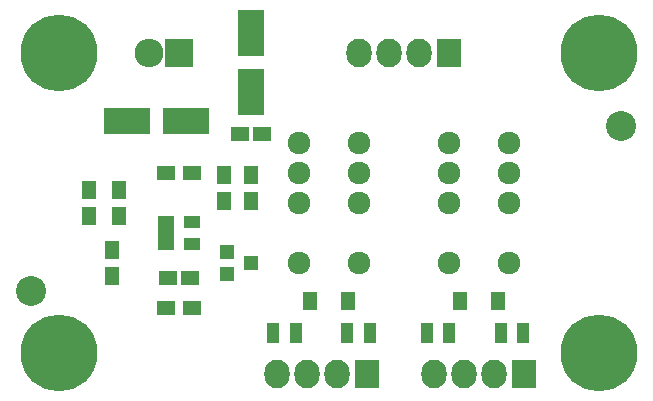
<source format=gbr>
G04 #@! TF.FileFunction,Soldermask,Top*
%FSLAX46Y46*%
G04 Gerber Fmt 4.6, Leading zero omitted, Abs format (unit mm)*
G04 Created by KiCad (PCBNEW 4.0.5+dfsg1-4) date Tue Jul 17 10:21:43 2018*
%MOMM*%
%LPD*%
G01*
G04 APERTURE LIST*
%ADD10C,0.100000*%
%ADD11C,1.924000*%
%ADD12R,1.600000X1.150000*%
%ADD13R,3.900120X2.200860*%
%ADD14R,1.310000X1.620000*%
%ADD15R,1.200100X1.200100*%
%ADD16R,1.300000X1.600000*%
%ADD17R,1.600000X1.300000*%
%ADD18R,1.460000X1.050000*%
%ADD19R,2.127200X2.432000*%
%ADD20O,2.127200X2.432000*%
%ADD21R,2.432000X2.432000*%
%ADD22O,2.432000X2.432000*%
%ADD23C,6.496000*%
%ADD24R,2.200860X3.900120*%
%ADD25R,1.100000X1.700000*%
%ADD26C,2.540000*%
G04 APERTURE END LIST*
D10*
D11*
X91440000Y-96520000D03*
X91440000Y-93980000D03*
X91440000Y-91440000D03*
X91440000Y-101600000D03*
X96520000Y-101600000D03*
X96520000Y-96520000D03*
X96520000Y-93980000D03*
X96520000Y-91440000D03*
X78740000Y-96520000D03*
X78740000Y-93980000D03*
X78740000Y-91440000D03*
X78740000Y-101600000D03*
X83820000Y-101600000D03*
X83820000Y-96520000D03*
X83820000Y-93980000D03*
X83820000Y-91440000D03*
D12*
X69530000Y-102870000D03*
X67630000Y-102870000D03*
D13*
X64175640Y-89535000D03*
X69174360Y-89535000D03*
D14*
X95615000Y-104775000D03*
X92345000Y-104775000D03*
X82915000Y-104775000D03*
X79645000Y-104775000D03*
D12*
X73726000Y-90678000D03*
X75626000Y-90678000D03*
D15*
X72659240Y-100650000D03*
X72659240Y-102550000D03*
X74658220Y-101600000D03*
D16*
X60960000Y-95420000D03*
X60960000Y-97620000D03*
X62865000Y-102700000D03*
X62865000Y-100500000D03*
X63500000Y-95420000D03*
X63500000Y-97620000D03*
D17*
X69680000Y-105410000D03*
X67480000Y-105410000D03*
X67480000Y-93980000D03*
X69680000Y-93980000D03*
D16*
X72390000Y-96350000D03*
X72390000Y-94150000D03*
X74676000Y-94150000D03*
X74676000Y-96350000D03*
D18*
X67480000Y-98110000D03*
X67480000Y-99060000D03*
X67480000Y-100010000D03*
X69680000Y-100010000D03*
X69680000Y-98110000D03*
D19*
X91440000Y-83820000D03*
D20*
X88900000Y-83820000D03*
X86360000Y-83820000D03*
X83820000Y-83820000D03*
D21*
X68580000Y-83820000D03*
D22*
X66040000Y-83820000D03*
D19*
X97750000Y-111000000D03*
D20*
X95210000Y-111000000D03*
X92670000Y-111000000D03*
X90130000Y-111000000D03*
D19*
X84500000Y-111000000D03*
D20*
X81960000Y-111000000D03*
X79420000Y-111000000D03*
X76880000Y-111000000D03*
D23*
X58420000Y-83820000D03*
X104140000Y-83820000D03*
X58420000Y-109220000D03*
X104140000Y-109220000D03*
D24*
X74676000Y-87081360D03*
X74676000Y-82082640D03*
D25*
X97700000Y-107500000D03*
X95800000Y-107500000D03*
X91450000Y-107500000D03*
X89550000Y-107500000D03*
X84700000Y-107500000D03*
X82800000Y-107500000D03*
X78450000Y-107500000D03*
X76550000Y-107500000D03*
D26*
X106000000Y-90000000D03*
X56000000Y-104000000D03*
M02*

</source>
